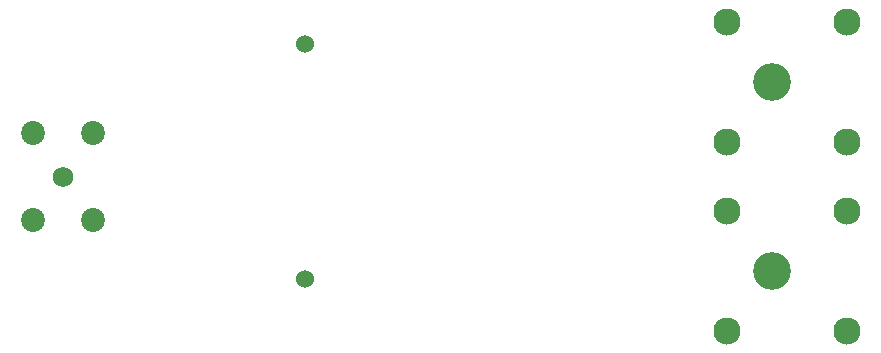
<source format=gbs>
G04 #@! TF.GenerationSoftware,KiCad,Pcbnew,(6.0.9-0)*
G04 #@! TF.CreationDate,2023-06-22T13:59:50-04:00*
G04 #@! TF.ProjectId,plucker_v03,706c7563-6b65-4725-9f76-30332e6b6963,rev?*
G04 #@! TF.SameCoordinates,Original*
G04 #@! TF.FileFunction,Soldermask,Bot*
G04 #@! TF.FilePolarity,Negative*
%FSLAX46Y46*%
G04 Gerber Fmt 4.6, Leading zero omitted, Abs format (unit mm)*
G04 Created by KiCad (PCBNEW (6.0.9-0)) date 2023-06-22 13:59:50*
%MOMM*%
%LPD*%
G01*
G04 APERTURE LIST*
%ADD10C,1.524000*%
%ADD11C,3.200000*%
%ADD12C,2.300000*%
%ADD13C,1.755000*%
%ADD14C,2.025000*%
G04 APERTURE END LIST*
D10*
X131296000Y-113538000D03*
X131296000Y-93652000D03*
D11*
X170796000Y-96902000D03*
D12*
X177156000Y-91822000D03*
X166996000Y-91822000D03*
X177156000Y-101982000D03*
X166996000Y-101982000D03*
D11*
X170796000Y-112902000D03*
D12*
X166996000Y-117982000D03*
X177156000Y-107822000D03*
X177156000Y-117982000D03*
X166996000Y-107822000D03*
D13*
X110796000Y-104902000D03*
D14*
X108256000Y-108602000D03*
X113336000Y-108602000D03*
X113336000Y-101202000D03*
X108256000Y-101202000D03*
M02*

</source>
